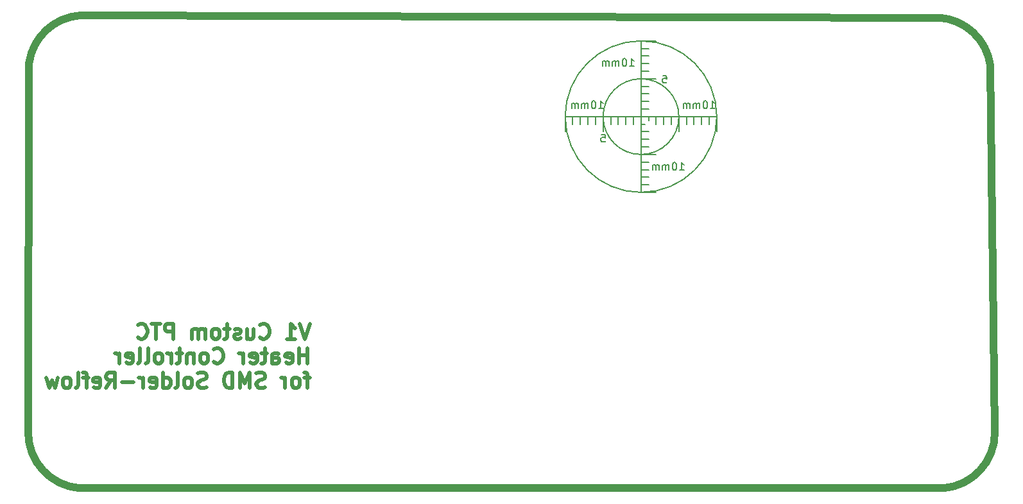
<source format=gbr>
%TF.GenerationSoftware,KiCad,Pcbnew,7.0.10*%
%TF.CreationDate,2024-03-07T19:54:14+07:00*%
%TF.ProjectId,solder-reflow,736f6c64-6572-42d7-9265-666c6f772e6b,rev?*%
%TF.SameCoordinates,Original*%
%TF.FileFunction,Legend,Bot*%
%TF.FilePolarity,Positive*%
%FSLAX46Y46*%
G04 Gerber Fmt 4.6, Leading zero omitted, Abs format (unit mm)*
G04 Created by KiCad (PCBNEW 7.0.10) date 2024-03-07 19:54:14*
%MOMM*%
%LPD*%
G01*
G04 APERTURE LIST*
%ADD10C,1.000000*%
%ADD11C,0.500000*%
%ADD12C,0.150000*%
G04 APERTURE END LIST*
D10*
X216262183Y-54170903D02*
G75*
G03*
X209493127Y-47892075I-7258383J-1036897D01*
G01*
X210003307Y-110025078D02*
X96194223Y-110025078D01*
X89331818Y-102664240D02*
G75*
G03*
X96194223Y-110025078I7378982J40D01*
G01*
X210003307Y-110025074D02*
G75*
G03*
X216865705Y-102664240I-516537J7360834D01*
G01*
X89331825Y-102664240D02*
X89452371Y-53875327D01*
X96221445Y-47596496D02*
G75*
G03*
X89452371Y-53875327I489325J-7315744D01*
G01*
X96221445Y-47596501D02*
X209493127Y-47892074D01*
X216262201Y-54170900D02*
X216865705Y-102664240D01*
D11*
X126480576Y-88317238D02*
X125813910Y-90317238D01*
X125813910Y-90317238D02*
X125147243Y-88317238D01*
X123432957Y-90317238D02*
X124575814Y-90317238D01*
X124004386Y-90317238D02*
X124004386Y-88317238D01*
X124004386Y-88317238D02*
X124194862Y-88602952D01*
X124194862Y-88602952D02*
X124385338Y-88793428D01*
X124385338Y-88793428D02*
X124575814Y-88888666D01*
X119909147Y-90126761D02*
X120004385Y-90222000D01*
X120004385Y-90222000D02*
X120290099Y-90317238D01*
X120290099Y-90317238D02*
X120480575Y-90317238D01*
X120480575Y-90317238D02*
X120766290Y-90222000D01*
X120766290Y-90222000D02*
X120956766Y-90031523D01*
X120956766Y-90031523D02*
X121052004Y-89841047D01*
X121052004Y-89841047D02*
X121147242Y-89460095D01*
X121147242Y-89460095D02*
X121147242Y-89174380D01*
X121147242Y-89174380D02*
X121052004Y-88793428D01*
X121052004Y-88793428D02*
X120956766Y-88602952D01*
X120956766Y-88602952D02*
X120766290Y-88412476D01*
X120766290Y-88412476D02*
X120480575Y-88317238D01*
X120480575Y-88317238D02*
X120290099Y-88317238D01*
X120290099Y-88317238D02*
X120004385Y-88412476D01*
X120004385Y-88412476D02*
X119909147Y-88507714D01*
X118194861Y-88983904D02*
X118194861Y-90317238D01*
X119052004Y-88983904D02*
X119052004Y-90031523D01*
X119052004Y-90031523D02*
X118956766Y-90222000D01*
X118956766Y-90222000D02*
X118766290Y-90317238D01*
X118766290Y-90317238D02*
X118480575Y-90317238D01*
X118480575Y-90317238D02*
X118290099Y-90222000D01*
X118290099Y-90222000D02*
X118194861Y-90126761D01*
X117337718Y-90222000D02*
X117147242Y-90317238D01*
X117147242Y-90317238D02*
X116766290Y-90317238D01*
X116766290Y-90317238D02*
X116575813Y-90222000D01*
X116575813Y-90222000D02*
X116480575Y-90031523D01*
X116480575Y-90031523D02*
X116480575Y-89936285D01*
X116480575Y-89936285D02*
X116575813Y-89745809D01*
X116575813Y-89745809D02*
X116766290Y-89650571D01*
X116766290Y-89650571D02*
X117052004Y-89650571D01*
X117052004Y-89650571D02*
X117242480Y-89555333D01*
X117242480Y-89555333D02*
X117337718Y-89364857D01*
X117337718Y-89364857D02*
X117337718Y-89269619D01*
X117337718Y-89269619D02*
X117242480Y-89079142D01*
X117242480Y-89079142D02*
X117052004Y-88983904D01*
X117052004Y-88983904D02*
X116766290Y-88983904D01*
X116766290Y-88983904D02*
X116575813Y-89079142D01*
X115909146Y-88983904D02*
X115147242Y-88983904D01*
X115623432Y-88317238D02*
X115623432Y-90031523D01*
X115623432Y-90031523D02*
X115528194Y-90222000D01*
X115528194Y-90222000D02*
X115337718Y-90317238D01*
X115337718Y-90317238D02*
X115147242Y-90317238D01*
X114194861Y-90317238D02*
X114385337Y-90222000D01*
X114385337Y-90222000D02*
X114480575Y-90126761D01*
X114480575Y-90126761D02*
X114575813Y-89936285D01*
X114575813Y-89936285D02*
X114575813Y-89364857D01*
X114575813Y-89364857D02*
X114480575Y-89174380D01*
X114480575Y-89174380D02*
X114385337Y-89079142D01*
X114385337Y-89079142D02*
X114194861Y-88983904D01*
X114194861Y-88983904D02*
X113909146Y-88983904D01*
X113909146Y-88983904D02*
X113718670Y-89079142D01*
X113718670Y-89079142D02*
X113623432Y-89174380D01*
X113623432Y-89174380D02*
X113528194Y-89364857D01*
X113528194Y-89364857D02*
X113528194Y-89936285D01*
X113528194Y-89936285D02*
X113623432Y-90126761D01*
X113623432Y-90126761D02*
X113718670Y-90222000D01*
X113718670Y-90222000D02*
X113909146Y-90317238D01*
X113909146Y-90317238D02*
X114194861Y-90317238D01*
X112671051Y-90317238D02*
X112671051Y-88983904D01*
X112671051Y-89174380D02*
X112575813Y-89079142D01*
X112575813Y-89079142D02*
X112385337Y-88983904D01*
X112385337Y-88983904D02*
X112099622Y-88983904D01*
X112099622Y-88983904D02*
X111909146Y-89079142D01*
X111909146Y-89079142D02*
X111813908Y-89269619D01*
X111813908Y-89269619D02*
X111813908Y-90317238D01*
X111813908Y-89269619D02*
X111718670Y-89079142D01*
X111718670Y-89079142D02*
X111528194Y-88983904D01*
X111528194Y-88983904D02*
X111242480Y-88983904D01*
X111242480Y-88983904D02*
X111052003Y-89079142D01*
X111052003Y-89079142D02*
X110956765Y-89269619D01*
X110956765Y-89269619D02*
X110956765Y-90317238D01*
X108480574Y-90317238D02*
X108480574Y-88317238D01*
X108480574Y-88317238D02*
X107718669Y-88317238D01*
X107718669Y-88317238D02*
X107528193Y-88412476D01*
X107528193Y-88412476D02*
X107432955Y-88507714D01*
X107432955Y-88507714D02*
X107337717Y-88698190D01*
X107337717Y-88698190D02*
X107337717Y-88983904D01*
X107337717Y-88983904D02*
X107432955Y-89174380D01*
X107432955Y-89174380D02*
X107528193Y-89269619D01*
X107528193Y-89269619D02*
X107718669Y-89364857D01*
X107718669Y-89364857D02*
X108480574Y-89364857D01*
X106766288Y-88317238D02*
X105623431Y-88317238D01*
X106194860Y-90317238D02*
X106194860Y-88317238D01*
X103813907Y-90126761D02*
X103909145Y-90222000D01*
X103909145Y-90222000D02*
X104194859Y-90317238D01*
X104194859Y-90317238D02*
X104385335Y-90317238D01*
X104385335Y-90317238D02*
X104671050Y-90222000D01*
X104671050Y-90222000D02*
X104861526Y-90031523D01*
X104861526Y-90031523D02*
X104956764Y-89841047D01*
X104956764Y-89841047D02*
X105052002Y-89460095D01*
X105052002Y-89460095D02*
X105052002Y-89174380D01*
X105052002Y-89174380D02*
X104956764Y-88793428D01*
X104956764Y-88793428D02*
X104861526Y-88602952D01*
X104861526Y-88602952D02*
X104671050Y-88412476D01*
X104671050Y-88412476D02*
X104385335Y-88317238D01*
X104385335Y-88317238D02*
X104194859Y-88317238D01*
X104194859Y-88317238D02*
X103909145Y-88412476D01*
X103909145Y-88412476D02*
X103813907Y-88507714D01*
X126194862Y-93537238D02*
X126194862Y-91537238D01*
X126194862Y-92489619D02*
X125052005Y-92489619D01*
X125052005Y-93537238D02*
X125052005Y-91537238D01*
X123337719Y-93442000D02*
X123528195Y-93537238D01*
X123528195Y-93537238D02*
X123909148Y-93537238D01*
X123909148Y-93537238D02*
X124099624Y-93442000D01*
X124099624Y-93442000D02*
X124194862Y-93251523D01*
X124194862Y-93251523D02*
X124194862Y-92489619D01*
X124194862Y-92489619D02*
X124099624Y-92299142D01*
X124099624Y-92299142D02*
X123909148Y-92203904D01*
X123909148Y-92203904D02*
X123528195Y-92203904D01*
X123528195Y-92203904D02*
X123337719Y-92299142D01*
X123337719Y-92299142D02*
X123242481Y-92489619D01*
X123242481Y-92489619D02*
X123242481Y-92680095D01*
X123242481Y-92680095D02*
X124194862Y-92870571D01*
X121528195Y-93537238D02*
X121528195Y-92489619D01*
X121528195Y-92489619D02*
X121623433Y-92299142D01*
X121623433Y-92299142D02*
X121813909Y-92203904D01*
X121813909Y-92203904D02*
X122194862Y-92203904D01*
X122194862Y-92203904D02*
X122385338Y-92299142D01*
X121528195Y-93442000D02*
X121718671Y-93537238D01*
X121718671Y-93537238D02*
X122194862Y-93537238D01*
X122194862Y-93537238D02*
X122385338Y-93442000D01*
X122385338Y-93442000D02*
X122480576Y-93251523D01*
X122480576Y-93251523D02*
X122480576Y-93061047D01*
X122480576Y-93061047D02*
X122385338Y-92870571D01*
X122385338Y-92870571D02*
X122194862Y-92775333D01*
X122194862Y-92775333D02*
X121718671Y-92775333D01*
X121718671Y-92775333D02*
X121528195Y-92680095D01*
X120861528Y-92203904D02*
X120099624Y-92203904D01*
X120575814Y-91537238D02*
X120575814Y-93251523D01*
X120575814Y-93251523D02*
X120480576Y-93442000D01*
X120480576Y-93442000D02*
X120290100Y-93537238D01*
X120290100Y-93537238D02*
X120099624Y-93537238D01*
X118671052Y-93442000D02*
X118861528Y-93537238D01*
X118861528Y-93537238D02*
X119242481Y-93537238D01*
X119242481Y-93537238D02*
X119432957Y-93442000D01*
X119432957Y-93442000D02*
X119528195Y-93251523D01*
X119528195Y-93251523D02*
X119528195Y-92489619D01*
X119528195Y-92489619D02*
X119432957Y-92299142D01*
X119432957Y-92299142D02*
X119242481Y-92203904D01*
X119242481Y-92203904D02*
X118861528Y-92203904D01*
X118861528Y-92203904D02*
X118671052Y-92299142D01*
X118671052Y-92299142D02*
X118575814Y-92489619D01*
X118575814Y-92489619D02*
X118575814Y-92680095D01*
X118575814Y-92680095D02*
X119528195Y-92870571D01*
X117718671Y-93537238D02*
X117718671Y-92203904D01*
X117718671Y-92584857D02*
X117623433Y-92394380D01*
X117623433Y-92394380D02*
X117528195Y-92299142D01*
X117528195Y-92299142D02*
X117337719Y-92203904D01*
X117337719Y-92203904D02*
X117147242Y-92203904D01*
X113813909Y-93346761D02*
X113909147Y-93442000D01*
X113909147Y-93442000D02*
X114194861Y-93537238D01*
X114194861Y-93537238D02*
X114385337Y-93537238D01*
X114385337Y-93537238D02*
X114671052Y-93442000D01*
X114671052Y-93442000D02*
X114861528Y-93251523D01*
X114861528Y-93251523D02*
X114956766Y-93061047D01*
X114956766Y-93061047D02*
X115052004Y-92680095D01*
X115052004Y-92680095D02*
X115052004Y-92394380D01*
X115052004Y-92394380D02*
X114956766Y-92013428D01*
X114956766Y-92013428D02*
X114861528Y-91822952D01*
X114861528Y-91822952D02*
X114671052Y-91632476D01*
X114671052Y-91632476D02*
X114385337Y-91537238D01*
X114385337Y-91537238D02*
X114194861Y-91537238D01*
X114194861Y-91537238D02*
X113909147Y-91632476D01*
X113909147Y-91632476D02*
X113813909Y-91727714D01*
X112671052Y-93537238D02*
X112861528Y-93442000D01*
X112861528Y-93442000D02*
X112956766Y-93346761D01*
X112956766Y-93346761D02*
X113052004Y-93156285D01*
X113052004Y-93156285D02*
X113052004Y-92584857D01*
X113052004Y-92584857D02*
X112956766Y-92394380D01*
X112956766Y-92394380D02*
X112861528Y-92299142D01*
X112861528Y-92299142D02*
X112671052Y-92203904D01*
X112671052Y-92203904D02*
X112385337Y-92203904D01*
X112385337Y-92203904D02*
X112194861Y-92299142D01*
X112194861Y-92299142D02*
X112099623Y-92394380D01*
X112099623Y-92394380D02*
X112004385Y-92584857D01*
X112004385Y-92584857D02*
X112004385Y-93156285D01*
X112004385Y-93156285D02*
X112099623Y-93346761D01*
X112099623Y-93346761D02*
X112194861Y-93442000D01*
X112194861Y-93442000D02*
X112385337Y-93537238D01*
X112385337Y-93537238D02*
X112671052Y-93537238D01*
X111147242Y-92203904D02*
X111147242Y-93537238D01*
X111147242Y-92394380D02*
X111052004Y-92299142D01*
X111052004Y-92299142D02*
X110861528Y-92203904D01*
X110861528Y-92203904D02*
X110575813Y-92203904D01*
X110575813Y-92203904D02*
X110385337Y-92299142D01*
X110385337Y-92299142D02*
X110290099Y-92489619D01*
X110290099Y-92489619D02*
X110290099Y-93537238D01*
X109623432Y-92203904D02*
X108861528Y-92203904D01*
X109337718Y-91537238D02*
X109337718Y-93251523D01*
X109337718Y-93251523D02*
X109242480Y-93442000D01*
X109242480Y-93442000D02*
X109052004Y-93537238D01*
X109052004Y-93537238D02*
X108861528Y-93537238D01*
X108194861Y-93537238D02*
X108194861Y-92203904D01*
X108194861Y-92584857D02*
X108099623Y-92394380D01*
X108099623Y-92394380D02*
X108004385Y-92299142D01*
X108004385Y-92299142D02*
X107813909Y-92203904D01*
X107813909Y-92203904D02*
X107623432Y-92203904D01*
X106671052Y-93537238D02*
X106861528Y-93442000D01*
X106861528Y-93442000D02*
X106956766Y-93346761D01*
X106956766Y-93346761D02*
X107052004Y-93156285D01*
X107052004Y-93156285D02*
X107052004Y-92584857D01*
X107052004Y-92584857D02*
X106956766Y-92394380D01*
X106956766Y-92394380D02*
X106861528Y-92299142D01*
X106861528Y-92299142D02*
X106671052Y-92203904D01*
X106671052Y-92203904D02*
X106385337Y-92203904D01*
X106385337Y-92203904D02*
X106194861Y-92299142D01*
X106194861Y-92299142D02*
X106099623Y-92394380D01*
X106099623Y-92394380D02*
X106004385Y-92584857D01*
X106004385Y-92584857D02*
X106004385Y-93156285D01*
X106004385Y-93156285D02*
X106099623Y-93346761D01*
X106099623Y-93346761D02*
X106194861Y-93442000D01*
X106194861Y-93442000D02*
X106385337Y-93537238D01*
X106385337Y-93537238D02*
X106671052Y-93537238D01*
X104861528Y-93537238D02*
X105052004Y-93442000D01*
X105052004Y-93442000D02*
X105147242Y-93251523D01*
X105147242Y-93251523D02*
X105147242Y-91537238D01*
X103813909Y-93537238D02*
X104004385Y-93442000D01*
X104004385Y-93442000D02*
X104099623Y-93251523D01*
X104099623Y-93251523D02*
X104099623Y-91537238D01*
X102290099Y-93442000D02*
X102480575Y-93537238D01*
X102480575Y-93537238D02*
X102861528Y-93537238D01*
X102861528Y-93537238D02*
X103052004Y-93442000D01*
X103052004Y-93442000D02*
X103147242Y-93251523D01*
X103147242Y-93251523D02*
X103147242Y-92489619D01*
X103147242Y-92489619D02*
X103052004Y-92299142D01*
X103052004Y-92299142D02*
X102861528Y-92203904D01*
X102861528Y-92203904D02*
X102480575Y-92203904D01*
X102480575Y-92203904D02*
X102290099Y-92299142D01*
X102290099Y-92299142D02*
X102194861Y-92489619D01*
X102194861Y-92489619D02*
X102194861Y-92680095D01*
X102194861Y-92680095D02*
X103147242Y-92870571D01*
X101337718Y-93537238D02*
X101337718Y-92203904D01*
X101337718Y-92584857D02*
X101242480Y-92394380D01*
X101242480Y-92394380D02*
X101147242Y-92299142D01*
X101147242Y-92299142D02*
X100956766Y-92203904D01*
X100956766Y-92203904D02*
X100766289Y-92203904D01*
X126480576Y-95423904D02*
X125718672Y-95423904D01*
X126194862Y-96757238D02*
X126194862Y-95042952D01*
X126194862Y-95042952D02*
X126099624Y-94852476D01*
X126099624Y-94852476D02*
X125909148Y-94757238D01*
X125909148Y-94757238D02*
X125718672Y-94757238D01*
X124766291Y-96757238D02*
X124956767Y-96662000D01*
X124956767Y-96662000D02*
X125052005Y-96566761D01*
X125052005Y-96566761D02*
X125147243Y-96376285D01*
X125147243Y-96376285D02*
X125147243Y-95804857D01*
X125147243Y-95804857D02*
X125052005Y-95614380D01*
X125052005Y-95614380D02*
X124956767Y-95519142D01*
X124956767Y-95519142D02*
X124766291Y-95423904D01*
X124766291Y-95423904D02*
X124480576Y-95423904D01*
X124480576Y-95423904D02*
X124290100Y-95519142D01*
X124290100Y-95519142D02*
X124194862Y-95614380D01*
X124194862Y-95614380D02*
X124099624Y-95804857D01*
X124099624Y-95804857D02*
X124099624Y-96376285D01*
X124099624Y-96376285D02*
X124194862Y-96566761D01*
X124194862Y-96566761D02*
X124290100Y-96662000D01*
X124290100Y-96662000D02*
X124480576Y-96757238D01*
X124480576Y-96757238D02*
X124766291Y-96757238D01*
X123242481Y-96757238D02*
X123242481Y-95423904D01*
X123242481Y-95804857D02*
X123147243Y-95614380D01*
X123147243Y-95614380D02*
X123052005Y-95519142D01*
X123052005Y-95519142D02*
X122861529Y-95423904D01*
X122861529Y-95423904D02*
X122671052Y-95423904D01*
X120575814Y-96662000D02*
X120290100Y-96757238D01*
X120290100Y-96757238D02*
X119813909Y-96757238D01*
X119813909Y-96757238D02*
X119623433Y-96662000D01*
X119623433Y-96662000D02*
X119528195Y-96566761D01*
X119528195Y-96566761D02*
X119432957Y-96376285D01*
X119432957Y-96376285D02*
X119432957Y-96185809D01*
X119432957Y-96185809D02*
X119528195Y-95995333D01*
X119528195Y-95995333D02*
X119623433Y-95900095D01*
X119623433Y-95900095D02*
X119813909Y-95804857D01*
X119813909Y-95804857D02*
X120194862Y-95709619D01*
X120194862Y-95709619D02*
X120385338Y-95614380D01*
X120385338Y-95614380D02*
X120480576Y-95519142D01*
X120480576Y-95519142D02*
X120575814Y-95328666D01*
X120575814Y-95328666D02*
X120575814Y-95138190D01*
X120575814Y-95138190D02*
X120480576Y-94947714D01*
X120480576Y-94947714D02*
X120385338Y-94852476D01*
X120385338Y-94852476D02*
X120194862Y-94757238D01*
X120194862Y-94757238D02*
X119718671Y-94757238D01*
X119718671Y-94757238D02*
X119432957Y-94852476D01*
X118575814Y-96757238D02*
X118575814Y-94757238D01*
X118575814Y-94757238D02*
X117909147Y-96185809D01*
X117909147Y-96185809D02*
X117242481Y-94757238D01*
X117242481Y-94757238D02*
X117242481Y-96757238D01*
X116290100Y-96757238D02*
X116290100Y-94757238D01*
X116290100Y-94757238D02*
X115813910Y-94757238D01*
X115813910Y-94757238D02*
X115528195Y-94852476D01*
X115528195Y-94852476D02*
X115337719Y-95042952D01*
X115337719Y-95042952D02*
X115242481Y-95233428D01*
X115242481Y-95233428D02*
X115147243Y-95614380D01*
X115147243Y-95614380D02*
X115147243Y-95900095D01*
X115147243Y-95900095D02*
X115242481Y-96281047D01*
X115242481Y-96281047D02*
X115337719Y-96471523D01*
X115337719Y-96471523D02*
X115528195Y-96662000D01*
X115528195Y-96662000D02*
X115813910Y-96757238D01*
X115813910Y-96757238D02*
X116290100Y-96757238D01*
X112861528Y-96662000D02*
X112575814Y-96757238D01*
X112575814Y-96757238D02*
X112099623Y-96757238D01*
X112099623Y-96757238D02*
X111909147Y-96662000D01*
X111909147Y-96662000D02*
X111813909Y-96566761D01*
X111813909Y-96566761D02*
X111718671Y-96376285D01*
X111718671Y-96376285D02*
X111718671Y-96185809D01*
X111718671Y-96185809D02*
X111813909Y-95995333D01*
X111813909Y-95995333D02*
X111909147Y-95900095D01*
X111909147Y-95900095D02*
X112099623Y-95804857D01*
X112099623Y-95804857D02*
X112480576Y-95709619D01*
X112480576Y-95709619D02*
X112671052Y-95614380D01*
X112671052Y-95614380D02*
X112766290Y-95519142D01*
X112766290Y-95519142D02*
X112861528Y-95328666D01*
X112861528Y-95328666D02*
X112861528Y-95138190D01*
X112861528Y-95138190D02*
X112766290Y-94947714D01*
X112766290Y-94947714D02*
X112671052Y-94852476D01*
X112671052Y-94852476D02*
X112480576Y-94757238D01*
X112480576Y-94757238D02*
X112004385Y-94757238D01*
X112004385Y-94757238D02*
X111718671Y-94852476D01*
X110575814Y-96757238D02*
X110766290Y-96662000D01*
X110766290Y-96662000D02*
X110861528Y-96566761D01*
X110861528Y-96566761D02*
X110956766Y-96376285D01*
X110956766Y-96376285D02*
X110956766Y-95804857D01*
X110956766Y-95804857D02*
X110861528Y-95614380D01*
X110861528Y-95614380D02*
X110766290Y-95519142D01*
X110766290Y-95519142D02*
X110575814Y-95423904D01*
X110575814Y-95423904D02*
X110290099Y-95423904D01*
X110290099Y-95423904D02*
X110099623Y-95519142D01*
X110099623Y-95519142D02*
X110004385Y-95614380D01*
X110004385Y-95614380D02*
X109909147Y-95804857D01*
X109909147Y-95804857D02*
X109909147Y-96376285D01*
X109909147Y-96376285D02*
X110004385Y-96566761D01*
X110004385Y-96566761D02*
X110099623Y-96662000D01*
X110099623Y-96662000D02*
X110290099Y-96757238D01*
X110290099Y-96757238D02*
X110575814Y-96757238D01*
X108766290Y-96757238D02*
X108956766Y-96662000D01*
X108956766Y-96662000D02*
X109052004Y-96471523D01*
X109052004Y-96471523D02*
X109052004Y-94757238D01*
X107147242Y-96757238D02*
X107147242Y-94757238D01*
X107147242Y-96662000D02*
X107337718Y-96757238D01*
X107337718Y-96757238D02*
X107718671Y-96757238D01*
X107718671Y-96757238D02*
X107909147Y-96662000D01*
X107909147Y-96662000D02*
X108004385Y-96566761D01*
X108004385Y-96566761D02*
X108099623Y-96376285D01*
X108099623Y-96376285D02*
X108099623Y-95804857D01*
X108099623Y-95804857D02*
X108004385Y-95614380D01*
X108004385Y-95614380D02*
X107909147Y-95519142D01*
X107909147Y-95519142D02*
X107718671Y-95423904D01*
X107718671Y-95423904D02*
X107337718Y-95423904D01*
X107337718Y-95423904D02*
X107147242Y-95519142D01*
X105432956Y-96662000D02*
X105623432Y-96757238D01*
X105623432Y-96757238D02*
X106004385Y-96757238D01*
X106004385Y-96757238D02*
X106194861Y-96662000D01*
X106194861Y-96662000D02*
X106290099Y-96471523D01*
X106290099Y-96471523D02*
X106290099Y-95709619D01*
X106290099Y-95709619D02*
X106194861Y-95519142D01*
X106194861Y-95519142D02*
X106004385Y-95423904D01*
X106004385Y-95423904D02*
X105623432Y-95423904D01*
X105623432Y-95423904D02*
X105432956Y-95519142D01*
X105432956Y-95519142D02*
X105337718Y-95709619D01*
X105337718Y-95709619D02*
X105337718Y-95900095D01*
X105337718Y-95900095D02*
X106290099Y-96090571D01*
X104480575Y-96757238D02*
X104480575Y-95423904D01*
X104480575Y-95804857D02*
X104385337Y-95614380D01*
X104385337Y-95614380D02*
X104290099Y-95519142D01*
X104290099Y-95519142D02*
X104099623Y-95423904D01*
X104099623Y-95423904D02*
X103909146Y-95423904D01*
X103242480Y-95995333D02*
X101718671Y-95995333D01*
X99623433Y-96757238D02*
X100290100Y-95804857D01*
X100766290Y-96757238D02*
X100766290Y-94757238D01*
X100766290Y-94757238D02*
X100004385Y-94757238D01*
X100004385Y-94757238D02*
X99813909Y-94852476D01*
X99813909Y-94852476D02*
X99718671Y-94947714D01*
X99718671Y-94947714D02*
X99623433Y-95138190D01*
X99623433Y-95138190D02*
X99623433Y-95423904D01*
X99623433Y-95423904D02*
X99718671Y-95614380D01*
X99718671Y-95614380D02*
X99813909Y-95709619D01*
X99813909Y-95709619D02*
X100004385Y-95804857D01*
X100004385Y-95804857D02*
X100766290Y-95804857D01*
X98004385Y-96662000D02*
X98194861Y-96757238D01*
X98194861Y-96757238D02*
X98575814Y-96757238D01*
X98575814Y-96757238D02*
X98766290Y-96662000D01*
X98766290Y-96662000D02*
X98861528Y-96471523D01*
X98861528Y-96471523D02*
X98861528Y-95709619D01*
X98861528Y-95709619D02*
X98766290Y-95519142D01*
X98766290Y-95519142D02*
X98575814Y-95423904D01*
X98575814Y-95423904D02*
X98194861Y-95423904D01*
X98194861Y-95423904D02*
X98004385Y-95519142D01*
X98004385Y-95519142D02*
X97909147Y-95709619D01*
X97909147Y-95709619D02*
X97909147Y-95900095D01*
X97909147Y-95900095D02*
X98861528Y-96090571D01*
X97337718Y-95423904D02*
X96575814Y-95423904D01*
X97052004Y-96757238D02*
X97052004Y-95042952D01*
X97052004Y-95042952D02*
X96956766Y-94852476D01*
X96956766Y-94852476D02*
X96766290Y-94757238D01*
X96766290Y-94757238D02*
X96575814Y-94757238D01*
X95623433Y-96757238D02*
X95813909Y-96662000D01*
X95813909Y-96662000D02*
X95909147Y-96471523D01*
X95909147Y-96471523D02*
X95909147Y-94757238D01*
X94575814Y-96757238D02*
X94766290Y-96662000D01*
X94766290Y-96662000D02*
X94861528Y-96566761D01*
X94861528Y-96566761D02*
X94956766Y-96376285D01*
X94956766Y-96376285D02*
X94956766Y-95804857D01*
X94956766Y-95804857D02*
X94861528Y-95614380D01*
X94861528Y-95614380D02*
X94766290Y-95519142D01*
X94766290Y-95519142D02*
X94575814Y-95423904D01*
X94575814Y-95423904D02*
X94290099Y-95423904D01*
X94290099Y-95423904D02*
X94099623Y-95519142D01*
X94099623Y-95519142D02*
X94004385Y-95614380D01*
X94004385Y-95614380D02*
X93909147Y-95804857D01*
X93909147Y-95804857D02*
X93909147Y-96376285D01*
X93909147Y-96376285D02*
X94004385Y-96566761D01*
X94004385Y-96566761D02*
X94099623Y-96662000D01*
X94099623Y-96662000D02*
X94290099Y-96757238D01*
X94290099Y-96757238D02*
X94575814Y-96757238D01*
X93242480Y-95423904D02*
X92861528Y-96757238D01*
X92861528Y-96757238D02*
X92480575Y-95804857D01*
X92480575Y-95804857D02*
X92099623Y-96757238D01*
X92099623Y-96757238D02*
X91718671Y-95423904D01*
D12*
X173043244Y-55515159D02*
X173519434Y-55515159D01*
X173519434Y-55515159D02*
X173567053Y-55991349D01*
X173567053Y-55991349D02*
X173519434Y-55943730D01*
X173519434Y-55943730D02*
X173424196Y-55896111D01*
X173424196Y-55896111D02*
X173186101Y-55896111D01*
X173186101Y-55896111D02*
X173090863Y-55943730D01*
X173090863Y-55943730D02*
X173043244Y-55991349D01*
X173043244Y-55991349D02*
X172995625Y-56086587D01*
X172995625Y-56086587D02*
X172995625Y-56324682D01*
X172995625Y-56324682D02*
X173043244Y-56419920D01*
X173043244Y-56419920D02*
X173090863Y-56467540D01*
X173090863Y-56467540D02*
X173186101Y-56515159D01*
X173186101Y-56515159D02*
X173424196Y-56515159D01*
X173424196Y-56515159D02*
X173519434Y-56467540D01*
X173519434Y-56467540D02*
X173567053Y-56419920D01*
X168655809Y-54302819D02*
X169227237Y-54302819D01*
X168941523Y-54302819D02*
X168941523Y-53302819D01*
X168941523Y-53302819D02*
X169036761Y-53445676D01*
X169036761Y-53445676D02*
X169131999Y-53540914D01*
X169131999Y-53540914D02*
X169227237Y-53588533D01*
X168036761Y-53302819D02*
X167941523Y-53302819D01*
X167941523Y-53302819D02*
X167846285Y-53350438D01*
X167846285Y-53350438D02*
X167798666Y-53398057D01*
X167798666Y-53398057D02*
X167751047Y-53493295D01*
X167751047Y-53493295D02*
X167703428Y-53683771D01*
X167703428Y-53683771D02*
X167703428Y-53921866D01*
X167703428Y-53921866D02*
X167751047Y-54112342D01*
X167751047Y-54112342D02*
X167798666Y-54207580D01*
X167798666Y-54207580D02*
X167846285Y-54255200D01*
X167846285Y-54255200D02*
X167941523Y-54302819D01*
X167941523Y-54302819D02*
X168036761Y-54302819D01*
X168036761Y-54302819D02*
X168131999Y-54255200D01*
X168131999Y-54255200D02*
X168179618Y-54207580D01*
X168179618Y-54207580D02*
X168227237Y-54112342D01*
X168227237Y-54112342D02*
X168274856Y-53921866D01*
X168274856Y-53921866D02*
X168274856Y-53683771D01*
X168274856Y-53683771D02*
X168227237Y-53493295D01*
X168227237Y-53493295D02*
X168179618Y-53398057D01*
X168179618Y-53398057D02*
X168131999Y-53350438D01*
X168131999Y-53350438D02*
X168036761Y-53302819D01*
X167274856Y-54302819D02*
X167274856Y-53636152D01*
X167274856Y-53731390D02*
X167227237Y-53683771D01*
X167227237Y-53683771D02*
X167131999Y-53636152D01*
X167131999Y-53636152D02*
X166989142Y-53636152D01*
X166989142Y-53636152D02*
X166893904Y-53683771D01*
X166893904Y-53683771D02*
X166846285Y-53779009D01*
X166846285Y-53779009D02*
X166846285Y-54302819D01*
X166846285Y-53779009D02*
X166798666Y-53683771D01*
X166798666Y-53683771D02*
X166703428Y-53636152D01*
X166703428Y-53636152D02*
X166560571Y-53636152D01*
X166560571Y-53636152D02*
X166465332Y-53683771D01*
X166465332Y-53683771D02*
X166417713Y-53779009D01*
X166417713Y-53779009D02*
X166417713Y-54302819D01*
X165941523Y-54302819D02*
X165941523Y-53636152D01*
X165941523Y-53731390D02*
X165893904Y-53683771D01*
X165893904Y-53683771D02*
X165798666Y-53636152D01*
X165798666Y-53636152D02*
X165655809Y-53636152D01*
X165655809Y-53636152D02*
X165560571Y-53683771D01*
X165560571Y-53683771D02*
X165512952Y-53779009D01*
X165512952Y-53779009D02*
X165512952Y-54302819D01*
X165512952Y-53779009D02*
X165465333Y-53683771D01*
X165465333Y-53683771D02*
X165370095Y-53636152D01*
X165370095Y-53636152D02*
X165227238Y-53636152D01*
X165227238Y-53636152D02*
X165131999Y-53683771D01*
X165131999Y-53683771D02*
X165084380Y-53779009D01*
X165084380Y-53779009D02*
X165084380Y-54302819D01*
X164591809Y-59890819D02*
X165163237Y-59890819D01*
X164877523Y-59890819D02*
X164877523Y-58890819D01*
X164877523Y-58890819D02*
X164972761Y-59033676D01*
X164972761Y-59033676D02*
X165067999Y-59128914D01*
X165067999Y-59128914D02*
X165163237Y-59176533D01*
X163972761Y-58890819D02*
X163877523Y-58890819D01*
X163877523Y-58890819D02*
X163782285Y-58938438D01*
X163782285Y-58938438D02*
X163734666Y-58986057D01*
X163734666Y-58986057D02*
X163687047Y-59081295D01*
X163687047Y-59081295D02*
X163639428Y-59271771D01*
X163639428Y-59271771D02*
X163639428Y-59509866D01*
X163639428Y-59509866D02*
X163687047Y-59700342D01*
X163687047Y-59700342D02*
X163734666Y-59795580D01*
X163734666Y-59795580D02*
X163782285Y-59843200D01*
X163782285Y-59843200D02*
X163877523Y-59890819D01*
X163877523Y-59890819D02*
X163972761Y-59890819D01*
X163972761Y-59890819D02*
X164067999Y-59843200D01*
X164067999Y-59843200D02*
X164115618Y-59795580D01*
X164115618Y-59795580D02*
X164163237Y-59700342D01*
X164163237Y-59700342D02*
X164210856Y-59509866D01*
X164210856Y-59509866D02*
X164210856Y-59271771D01*
X164210856Y-59271771D02*
X164163237Y-59081295D01*
X164163237Y-59081295D02*
X164115618Y-58986057D01*
X164115618Y-58986057D02*
X164067999Y-58938438D01*
X164067999Y-58938438D02*
X163972761Y-58890819D01*
X163210856Y-59890819D02*
X163210856Y-59224152D01*
X163210856Y-59319390D02*
X163163237Y-59271771D01*
X163163237Y-59271771D02*
X163067999Y-59224152D01*
X163067999Y-59224152D02*
X162925142Y-59224152D01*
X162925142Y-59224152D02*
X162829904Y-59271771D01*
X162829904Y-59271771D02*
X162782285Y-59367009D01*
X162782285Y-59367009D02*
X162782285Y-59890819D01*
X162782285Y-59367009D02*
X162734666Y-59271771D01*
X162734666Y-59271771D02*
X162639428Y-59224152D01*
X162639428Y-59224152D02*
X162496571Y-59224152D01*
X162496571Y-59224152D02*
X162401332Y-59271771D01*
X162401332Y-59271771D02*
X162353713Y-59367009D01*
X162353713Y-59367009D02*
X162353713Y-59890819D01*
X161877523Y-59890819D02*
X161877523Y-59224152D01*
X161877523Y-59319390D02*
X161829904Y-59271771D01*
X161829904Y-59271771D02*
X161734666Y-59224152D01*
X161734666Y-59224152D02*
X161591809Y-59224152D01*
X161591809Y-59224152D02*
X161496571Y-59271771D01*
X161496571Y-59271771D02*
X161448952Y-59367009D01*
X161448952Y-59367009D02*
X161448952Y-59890819D01*
X161448952Y-59367009D02*
X161401333Y-59271771D01*
X161401333Y-59271771D02*
X161306095Y-59224152D01*
X161306095Y-59224152D02*
X161163238Y-59224152D01*
X161163238Y-59224152D02*
X161067999Y-59271771D01*
X161067999Y-59271771D02*
X161020380Y-59367009D01*
X161020380Y-59367009D02*
X161020380Y-59890819D01*
X175259809Y-68018819D02*
X175831237Y-68018819D01*
X175545523Y-68018819D02*
X175545523Y-67018819D01*
X175545523Y-67018819D02*
X175640761Y-67161676D01*
X175640761Y-67161676D02*
X175735999Y-67256914D01*
X175735999Y-67256914D02*
X175831237Y-67304533D01*
X174640761Y-67018819D02*
X174545523Y-67018819D01*
X174545523Y-67018819D02*
X174450285Y-67066438D01*
X174450285Y-67066438D02*
X174402666Y-67114057D01*
X174402666Y-67114057D02*
X174355047Y-67209295D01*
X174355047Y-67209295D02*
X174307428Y-67399771D01*
X174307428Y-67399771D02*
X174307428Y-67637866D01*
X174307428Y-67637866D02*
X174355047Y-67828342D01*
X174355047Y-67828342D02*
X174402666Y-67923580D01*
X174402666Y-67923580D02*
X174450285Y-67971200D01*
X174450285Y-67971200D02*
X174545523Y-68018819D01*
X174545523Y-68018819D02*
X174640761Y-68018819D01*
X174640761Y-68018819D02*
X174735999Y-67971200D01*
X174735999Y-67971200D02*
X174783618Y-67923580D01*
X174783618Y-67923580D02*
X174831237Y-67828342D01*
X174831237Y-67828342D02*
X174878856Y-67637866D01*
X174878856Y-67637866D02*
X174878856Y-67399771D01*
X174878856Y-67399771D02*
X174831237Y-67209295D01*
X174831237Y-67209295D02*
X174783618Y-67114057D01*
X174783618Y-67114057D02*
X174735999Y-67066438D01*
X174735999Y-67066438D02*
X174640761Y-67018819D01*
X173878856Y-68018819D02*
X173878856Y-67352152D01*
X173878856Y-67447390D02*
X173831237Y-67399771D01*
X173831237Y-67399771D02*
X173735999Y-67352152D01*
X173735999Y-67352152D02*
X173593142Y-67352152D01*
X173593142Y-67352152D02*
X173497904Y-67399771D01*
X173497904Y-67399771D02*
X173450285Y-67495009D01*
X173450285Y-67495009D02*
X173450285Y-68018819D01*
X173450285Y-67495009D02*
X173402666Y-67399771D01*
X173402666Y-67399771D02*
X173307428Y-67352152D01*
X173307428Y-67352152D02*
X173164571Y-67352152D01*
X173164571Y-67352152D02*
X173069332Y-67399771D01*
X173069332Y-67399771D02*
X173021713Y-67495009D01*
X173021713Y-67495009D02*
X173021713Y-68018819D01*
X172545523Y-68018819D02*
X172545523Y-67352152D01*
X172545523Y-67447390D02*
X172497904Y-67399771D01*
X172497904Y-67399771D02*
X172402666Y-67352152D01*
X172402666Y-67352152D02*
X172259809Y-67352152D01*
X172259809Y-67352152D02*
X172164571Y-67399771D01*
X172164571Y-67399771D02*
X172116952Y-67495009D01*
X172116952Y-67495009D02*
X172116952Y-68018819D01*
X172116952Y-67495009D02*
X172069333Y-67399771D01*
X172069333Y-67399771D02*
X171974095Y-67352152D01*
X171974095Y-67352152D02*
X171831238Y-67352152D01*
X171831238Y-67352152D02*
X171735999Y-67399771D01*
X171735999Y-67399771D02*
X171688380Y-67495009D01*
X171688380Y-67495009D02*
X171688380Y-68018819D01*
X164943184Y-63315499D02*
X165419374Y-63315499D01*
X165419374Y-63315499D02*
X165466993Y-63791689D01*
X165466993Y-63791689D02*
X165419374Y-63744070D01*
X165419374Y-63744070D02*
X165324136Y-63696451D01*
X165324136Y-63696451D02*
X165086041Y-63696451D01*
X165086041Y-63696451D02*
X164990803Y-63744070D01*
X164990803Y-63744070D02*
X164943184Y-63791689D01*
X164943184Y-63791689D02*
X164895565Y-63886927D01*
X164895565Y-63886927D02*
X164895565Y-64125022D01*
X164895565Y-64125022D02*
X164943184Y-64220260D01*
X164943184Y-64220260D02*
X164990803Y-64267880D01*
X164990803Y-64267880D02*
X165086041Y-64315499D01*
X165086041Y-64315499D02*
X165324136Y-64315499D01*
X165324136Y-64315499D02*
X165419374Y-64267880D01*
X165419374Y-64267880D02*
X165466993Y-64220260D01*
X179323809Y-59890819D02*
X179895237Y-59890819D01*
X179609523Y-59890819D02*
X179609523Y-58890819D01*
X179609523Y-58890819D02*
X179704761Y-59033676D01*
X179704761Y-59033676D02*
X179799999Y-59128914D01*
X179799999Y-59128914D02*
X179895237Y-59176533D01*
X178704761Y-58890819D02*
X178609523Y-58890819D01*
X178609523Y-58890819D02*
X178514285Y-58938438D01*
X178514285Y-58938438D02*
X178466666Y-58986057D01*
X178466666Y-58986057D02*
X178419047Y-59081295D01*
X178419047Y-59081295D02*
X178371428Y-59271771D01*
X178371428Y-59271771D02*
X178371428Y-59509866D01*
X178371428Y-59509866D02*
X178419047Y-59700342D01*
X178419047Y-59700342D02*
X178466666Y-59795580D01*
X178466666Y-59795580D02*
X178514285Y-59843200D01*
X178514285Y-59843200D02*
X178609523Y-59890819D01*
X178609523Y-59890819D02*
X178704761Y-59890819D01*
X178704761Y-59890819D02*
X178799999Y-59843200D01*
X178799999Y-59843200D02*
X178847618Y-59795580D01*
X178847618Y-59795580D02*
X178895237Y-59700342D01*
X178895237Y-59700342D02*
X178942856Y-59509866D01*
X178942856Y-59509866D02*
X178942856Y-59271771D01*
X178942856Y-59271771D02*
X178895237Y-59081295D01*
X178895237Y-59081295D02*
X178847618Y-58986057D01*
X178847618Y-58986057D02*
X178799999Y-58938438D01*
X178799999Y-58938438D02*
X178704761Y-58890819D01*
X177942856Y-59890819D02*
X177942856Y-59224152D01*
X177942856Y-59319390D02*
X177895237Y-59271771D01*
X177895237Y-59271771D02*
X177799999Y-59224152D01*
X177799999Y-59224152D02*
X177657142Y-59224152D01*
X177657142Y-59224152D02*
X177561904Y-59271771D01*
X177561904Y-59271771D02*
X177514285Y-59367009D01*
X177514285Y-59367009D02*
X177514285Y-59890819D01*
X177514285Y-59367009D02*
X177466666Y-59271771D01*
X177466666Y-59271771D02*
X177371428Y-59224152D01*
X177371428Y-59224152D02*
X177228571Y-59224152D01*
X177228571Y-59224152D02*
X177133332Y-59271771D01*
X177133332Y-59271771D02*
X177085713Y-59367009D01*
X177085713Y-59367009D02*
X177085713Y-59890819D01*
X176609523Y-59890819D02*
X176609523Y-59224152D01*
X176609523Y-59319390D02*
X176561904Y-59271771D01*
X176561904Y-59271771D02*
X176466666Y-59224152D01*
X176466666Y-59224152D02*
X176323809Y-59224152D01*
X176323809Y-59224152D02*
X176228571Y-59271771D01*
X176228571Y-59271771D02*
X176180952Y-59367009D01*
X176180952Y-59367009D02*
X176180952Y-59890819D01*
X176180952Y-59367009D02*
X176133333Y-59271771D01*
X176133333Y-59271771D02*
X176038095Y-59224152D01*
X176038095Y-59224152D02*
X175895238Y-59224152D01*
X175895238Y-59224152D02*
X175799999Y-59271771D01*
X175799999Y-59271771D02*
X175752380Y-59367009D01*
X175752380Y-59367009D02*
X175752380Y-59890819D01*
%TO.C,REF\u002A\u002A*%
X180179980Y-60960000D02*
X180179980Y-62958980D01*
X179179220Y-60960000D02*
X179179220Y-61960760D01*
X178181000Y-60960000D02*
X178181000Y-61960760D01*
X177180240Y-60960000D02*
X177180240Y-61960760D01*
X176179480Y-60960000D02*
X176179480Y-61960760D01*
X175181260Y-60960000D02*
X175181260Y-62958980D01*
X174180500Y-60960000D02*
X174180500Y-61960760D01*
X173179740Y-60960000D02*
X173179740Y-61960760D01*
X172178980Y-60960000D02*
X172178980Y-61960760D01*
X171180760Y-60960000D02*
X171180760Y-61460380D01*
X170180000Y-70959980D02*
X172178980Y-70959980D01*
X170180000Y-69959220D02*
X171180760Y-69959220D01*
X170180000Y-68961000D02*
X171180760Y-68961000D01*
X170180000Y-67960240D02*
X171180760Y-67960240D01*
X170180000Y-66959480D02*
X171180760Y-66959480D01*
X170180000Y-65961260D02*
X172178980Y-65961260D01*
X170180000Y-64960500D02*
X171180760Y-64960500D01*
X170180000Y-63959740D02*
X171180760Y-63959740D01*
X170180000Y-62958980D02*
X171180760Y-62958980D01*
X170180000Y-62958980D02*
X170180000Y-70959980D01*
X170180000Y-61960760D02*
X170680380Y-61960760D01*
X170180000Y-60960000D02*
X180179980Y-60960000D01*
X170180000Y-60960000D02*
X170180000Y-62958980D01*
X170180000Y-60960000D02*
X170180000Y-50960020D01*
X170180000Y-60960000D02*
X160180020Y-60960000D01*
X170180000Y-59959240D02*
X171180760Y-59959240D01*
X170180000Y-58961020D02*
X171180760Y-58961020D01*
X170180000Y-57960260D02*
X171180760Y-57960260D01*
X170180000Y-56959500D02*
X171180760Y-56959500D01*
X170180000Y-55958740D02*
X172178980Y-55958740D01*
X170180000Y-54960520D02*
X171180760Y-54960520D01*
X170180000Y-53959760D02*
X171180760Y-53959760D01*
X170180000Y-52959000D02*
X171180760Y-52959000D01*
X170180000Y-51960780D02*
X171180760Y-51960780D01*
X170180000Y-50960020D02*
X172178980Y-50960020D01*
X169179240Y-60960000D02*
X169179240Y-61960760D01*
X168181020Y-60960000D02*
X168181020Y-61960760D01*
X167180260Y-60960000D02*
X167180260Y-61960760D01*
X166179500Y-60960000D02*
X166179500Y-61960760D01*
X165178740Y-60960000D02*
X165178740Y-62958980D01*
X164180520Y-60960000D02*
X164180520Y-61960760D01*
X163179760Y-60960000D02*
X163179760Y-61960760D01*
X162179000Y-60960000D02*
X162179000Y-61960760D01*
X161180780Y-60960000D02*
X161180780Y-61960760D01*
X160180020Y-60960000D02*
X160180020Y-62958980D01*
X175181260Y-60960000D02*
G75*
G03*
X165178740Y-60960000I-5001260J0D01*
G01*
X165178740Y-60960000D02*
G75*
G03*
X175181260Y-60960000I5001260J0D01*
G01*
X180179980Y-60960000D02*
G75*
G03*
X160180020Y-60960000I-9999980J0D01*
G01*
X160180020Y-60960000D02*
G75*
G03*
X180179980Y-60960000I9999980J0D01*
G01*
%TD*%
M02*

</source>
